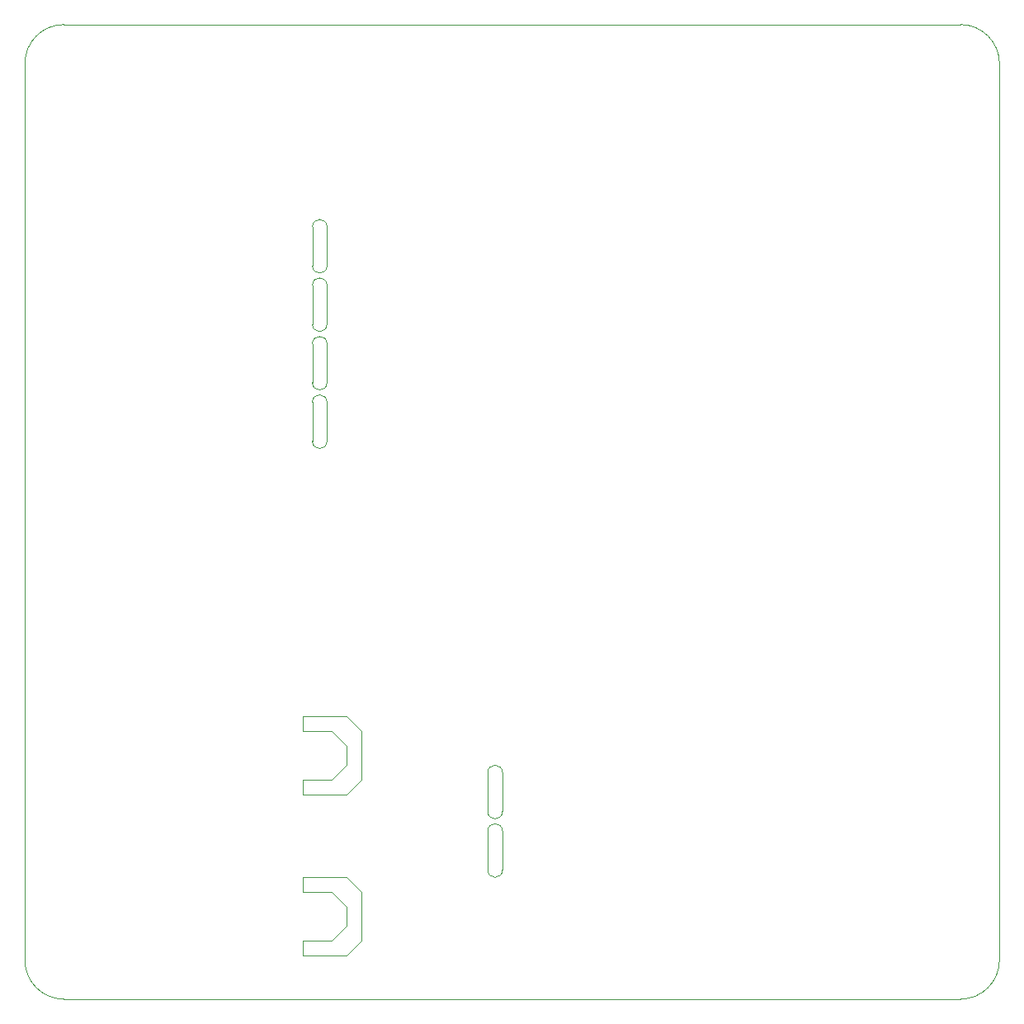
<source format=gbr>
G04 #@! TF.GenerationSoftware,KiCad,Pcbnew,(5.1.4)-1*
G04 #@! TF.CreationDate,2022-02-09T09:31:32-03:00*
G04 #@! TF.ProjectId,P_Inyectores_Rpi_pico,505f496e-7965-4637-946f-7265735f5270,rev?*
G04 #@! TF.SameCoordinates,Original*
G04 #@! TF.FileFunction,Profile,NP*
%FSLAX46Y46*%
G04 Gerber Fmt 4.6, Leading zero omitted, Abs format (unit mm)*
G04 Created by KiCad (PCBNEW (5.1.4)-1) date 2022-02-09 09:31:32*
%MOMM*%
%LPD*%
G04 APERTURE LIST*
%ADD10C,0.050000*%
%ADD11C,0.100000*%
G04 APERTURE END LIST*
D10*
X104000000Y-150000000D02*
G75*
G02X100000000Y-146000000I0J4000000D01*
G01*
X200000000Y-146000000D02*
G75*
G02X196000000Y-150000000I-4000000J0D01*
G01*
X196000000Y-50000000D02*
G75*
G02X200000000Y-54000000I0J-4000000D01*
G01*
X100000000Y-54000000D02*
G75*
G02X104000000Y-50000000I4000000J0D01*
G01*
D11*
X200000000Y-145000000D02*
X200000000Y-146000000D01*
D10*
X131500000Y-144000000D02*
X133000000Y-142500000D01*
X131500000Y-139000000D02*
X133000000Y-140500000D01*
X133000000Y-137500000D02*
X134500000Y-139000000D01*
X133000000Y-140500000D02*
X133000000Y-142500000D01*
X131500000Y-144000000D02*
X128500000Y-144000000D01*
X128500000Y-137500000D02*
X128500000Y-139000000D01*
X128500000Y-144000000D02*
X128500000Y-145500000D01*
X134500000Y-144000000D02*
X133000000Y-145500000D01*
X134500000Y-144000000D02*
X134500000Y-139000000D01*
X128500000Y-145500000D02*
X133000000Y-145500000D01*
X128500000Y-139000000D02*
X131500000Y-139000000D01*
X133000000Y-137500000D02*
X128500000Y-137500000D01*
X131500000Y-127500000D02*
X133000000Y-126000000D01*
X131500000Y-122500000D02*
X133000000Y-124000000D01*
X133000000Y-121000000D02*
X134500000Y-122500000D01*
X134500000Y-127500000D02*
X133000000Y-129000000D01*
X131500000Y-127500000D02*
X128500000Y-127500000D01*
X133000000Y-124000000D02*
X133000000Y-126000000D01*
X128500000Y-122500000D02*
X131500000Y-122500000D01*
X128500000Y-121000000D02*
X128500000Y-122500000D01*
X133000000Y-121000000D02*
X128500000Y-121000000D01*
X134500000Y-127500000D02*
X134500000Y-122500000D01*
X128500000Y-129000000D02*
X133000000Y-129000000D01*
X128500000Y-127500000D02*
X128500000Y-129000000D01*
X149000000Y-136750000D02*
X149000000Y-132750000D01*
X147500000Y-132750000D02*
X147500000Y-136750000D01*
X149000000Y-136750000D02*
G75*
G02X147500000Y-136750000I-750000J0D01*
G01*
X147500000Y-132750000D02*
G75*
G02X149000000Y-132750000I750000J0D01*
G01*
X149000000Y-130750000D02*
X149000000Y-126750000D01*
X147500000Y-126750000D02*
X147500000Y-130750000D01*
X149000000Y-130750000D02*
G75*
G02X147500000Y-130750000I-750000J0D01*
G01*
X147500000Y-126750000D02*
G75*
G02X149000000Y-126750000I750000J0D01*
G01*
X131000000Y-92750000D02*
X131000000Y-88750000D01*
X129500000Y-88750000D02*
X129500000Y-92750000D01*
X131000000Y-92750000D02*
G75*
G02X129500000Y-92750000I-750000J0D01*
G01*
X129500000Y-88750000D02*
G75*
G02X131000000Y-88750000I750000J0D01*
G01*
X131000000Y-86750000D02*
X131000000Y-82750000D01*
X129500000Y-82750000D02*
X129500000Y-86750000D01*
X131000000Y-86750000D02*
G75*
G02X129500000Y-86750000I-750000J0D01*
G01*
X129500000Y-82750000D02*
G75*
G02X131000000Y-82750000I750000J0D01*
G01*
X131000000Y-80750000D02*
X131000000Y-76750000D01*
X129500000Y-76750000D02*
X129500000Y-80750000D01*
X131000000Y-80750000D02*
G75*
G02X129500000Y-80750000I-750000J0D01*
G01*
X129500000Y-76750000D02*
G75*
G02X131000000Y-76750000I750000J0D01*
G01*
X131000000Y-74750000D02*
G75*
G02X129500000Y-74750000I-750000J0D01*
G01*
X129500000Y-70750000D02*
G75*
G02X131000000Y-70750000I750000J0D01*
G01*
X131000000Y-74750000D02*
X131000000Y-70750000D01*
X129500000Y-70750000D02*
X129500000Y-74750000D01*
D11*
X100000000Y-146000000D02*
X100000000Y-54000000D01*
X196000000Y-150000000D02*
X104000000Y-150000000D01*
X200000000Y-54000000D02*
X200000000Y-145000000D01*
X104000000Y-50000000D02*
X196000000Y-50000000D01*
M02*

</source>
